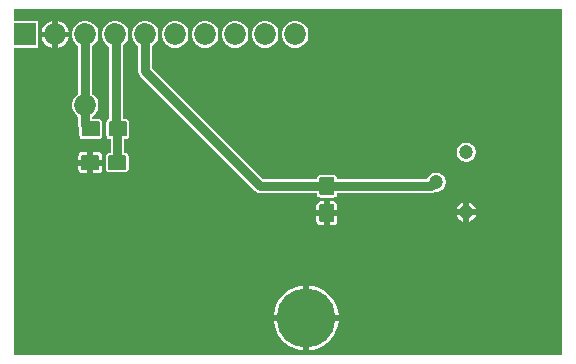
<source format=gbr>
%TF.GenerationSoftware,Altium Limited,Altium Designer,24.0.1 (36)*%
G04 Layer_Physical_Order=1*
G04 Layer_Color=255*
%FSLAX45Y45*%
%MOMM*%
%TF.SameCoordinates,8AA56912-9505-4270-891B-A046144FA8B4*%
%TF.FilePolarity,Positive*%
%TF.FileFunction,Copper,L1,Top,Signal*%
%TF.Part,Single*%
G01*
G75*
%TA.AperFunction,SMDPad,CuDef*%
G04:AMPARAMS|DCode=10|XSize=1.524mm|YSize=1.27mm|CornerRadius=0.09525mm|HoleSize=0mm|Usage=FLASHONLY|Rotation=180.000|XOffset=0mm|YOffset=0mm|HoleType=Round|Shape=RoundedRectangle|*
%AMROUNDEDRECTD10*
21,1,1.52400,1.07950,0,0,180.0*
21,1,1.33350,1.27000,0,0,180.0*
1,1,0.19050,-0.66675,0.53975*
1,1,0.19050,0.66675,0.53975*
1,1,0.19050,0.66675,-0.53975*
1,1,0.19050,-0.66675,-0.53975*
%
%ADD10ROUNDEDRECTD10*%
G04:AMPARAMS|DCode=11|XSize=1.524mm|YSize=1.27mm|CornerRadius=0.09525mm|HoleSize=0mm|Usage=FLASHONLY|Rotation=90.000|XOffset=0mm|YOffset=0mm|HoleType=Round|Shape=RoundedRectangle|*
%AMROUNDEDRECTD11*
21,1,1.52400,1.07950,0,0,90.0*
21,1,1.33350,1.27000,0,0,90.0*
1,1,0.19050,0.53975,0.66675*
1,1,0.19050,0.53975,-0.66675*
1,1,0.19050,-0.53975,-0.66675*
1,1,0.19050,-0.53975,0.66675*
%
%ADD11ROUNDEDRECTD11*%
%TA.AperFunction,Conductor*%
%ADD12C,0.75000*%
%TA.AperFunction,ComponentPad*%
%ADD13C,5.00000*%
%ADD14C,1.85000*%
%ADD15R,1.85000X1.85000*%
%ADD16C,1.20000*%
%TA.AperFunction,ViaPad*%
%ADD17C,1.85000*%
G36*
X12566659Y6033340D02*
X7923341D01*
Y8637500D01*
X8132500D01*
Y8862500D01*
X7923341D01*
Y8966659D01*
X12566659D01*
Y6033340D01*
D02*
G37*
%LPC*%
G36*
X8299000Y8864946D02*
Y8775000D01*
X8388946D01*
X8383493Y8795353D01*
X8368023Y8822147D01*
X8346147Y8844023D01*
X8319353Y8859493D01*
X8299000Y8864946D01*
D02*
G37*
G36*
X8249000D02*
X8228647Y8859493D01*
X8201853Y8844023D01*
X8179977Y8822147D01*
X8164507Y8795353D01*
X8159054Y8775000D01*
X8249000D01*
Y8864946D01*
D02*
G37*
G36*
X10320811Y8862500D02*
X10291189D01*
X10262577Y8854833D01*
X10236923Y8840022D01*
X10215978Y8819077D01*
X10201167Y8793423D01*
X10193500Y8764811D01*
Y8735189D01*
X10201167Y8706577D01*
X10215978Y8680923D01*
X10236923Y8659978D01*
X10262577Y8645167D01*
X10291189Y8637500D01*
X10320811D01*
X10349423Y8645167D01*
X10375077Y8659978D01*
X10396022Y8680923D01*
X10410833Y8706577D01*
X10418500Y8735189D01*
Y8764811D01*
X10410833Y8793423D01*
X10396022Y8819077D01*
X10375077Y8840022D01*
X10349423Y8854833D01*
X10320811Y8862500D01*
D02*
G37*
G36*
X10066811D02*
X10037189D01*
X10008577Y8854833D01*
X9982923Y8840022D01*
X9961978Y8819077D01*
X9947167Y8793423D01*
X9939500Y8764811D01*
Y8735189D01*
X9947167Y8706577D01*
X9961978Y8680923D01*
X9982923Y8659978D01*
X10008577Y8645167D01*
X10037189Y8637500D01*
X10066811D01*
X10095423Y8645167D01*
X10121077Y8659978D01*
X10142022Y8680923D01*
X10156833Y8706577D01*
X10164500Y8735189D01*
Y8764811D01*
X10156833Y8793423D01*
X10142022Y8819077D01*
X10121077Y8840022D01*
X10095423Y8854833D01*
X10066811Y8862500D01*
D02*
G37*
G36*
X9812811D02*
X9783189D01*
X9754577Y8854833D01*
X9728923Y8840022D01*
X9707978Y8819077D01*
X9693167Y8793423D01*
X9685500Y8764811D01*
Y8735189D01*
X9693167Y8706577D01*
X9707978Y8680923D01*
X9728923Y8659978D01*
X9754577Y8645167D01*
X9783189Y8637500D01*
X9812811D01*
X9841423Y8645167D01*
X9867077Y8659978D01*
X9888022Y8680923D01*
X9902833Y8706577D01*
X9910500Y8735189D01*
Y8764811D01*
X9902833Y8793423D01*
X9888022Y8819077D01*
X9867077Y8840022D01*
X9841423Y8854833D01*
X9812811Y8862500D01*
D02*
G37*
G36*
X9558811D02*
X9529189D01*
X9500577Y8854833D01*
X9474923Y8840022D01*
X9453978Y8819077D01*
X9439167Y8793423D01*
X9431500Y8764811D01*
Y8735189D01*
X9439167Y8706577D01*
X9453978Y8680923D01*
X9474923Y8659978D01*
X9500577Y8645167D01*
X9529189Y8637500D01*
X9558811D01*
X9587423Y8645167D01*
X9613077Y8659978D01*
X9634022Y8680923D01*
X9648833Y8706577D01*
X9656500Y8735189D01*
Y8764811D01*
X9648833Y8793423D01*
X9634022Y8819077D01*
X9613077Y8840022D01*
X9587423Y8854833D01*
X9558811Y8862500D01*
D02*
G37*
G36*
X9304811D02*
X9275189D01*
X9246577Y8854833D01*
X9220923Y8840022D01*
X9199978Y8819077D01*
X9185167Y8793423D01*
X9177500Y8764811D01*
Y8735189D01*
X9185167Y8706577D01*
X9199978Y8680923D01*
X9220923Y8659978D01*
X9246577Y8645167D01*
X9275189Y8637500D01*
X9304811D01*
X9333423Y8645167D01*
X9359077Y8659978D01*
X9380022Y8680923D01*
X9394833Y8706577D01*
X9402500Y8735189D01*
Y8764811D01*
X9394833Y8793423D01*
X9380022Y8819077D01*
X9359077Y8840022D01*
X9333423Y8854833D01*
X9304811Y8862500D01*
D02*
G37*
G36*
X8388946Y8725000D02*
X8299000D01*
Y8635054D01*
X8319353Y8640507D01*
X8346147Y8655977D01*
X8368023Y8677853D01*
X8383493Y8704647D01*
X8388946Y8725000D01*
D02*
G37*
G36*
X8249000D02*
X8159054D01*
X8164507Y8704647D01*
X8179977Y8677853D01*
X8201853Y8655977D01*
X8228647Y8640507D01*
X8249000Y8635054D01*
Y8725000D01*
D02*
G37*
G36*
X8542811Y8862500D02*
X8513189D01*
X8484577Y8854833D01*
X8458923Y8840022D01*
X8437978Y8819077D01*
X8423167Y8793423D01*
X8415500Y8764811D01*
Y8735189D01*
X8423167Y8706577D01*
X8437978Y8680923D01*
X8458923Y8659978D01*
X8469374Y8653944D01*
Y8246056D01*
X8458924Y8240022D01*
X8437978Y8219077D01*
X8423167Y8193423D01*
X8415500Y8164811D01*
Y8135189D01*
X8423167Y8106577D01*
X8437978Y8080923D01*
X8458924Y8059978D01*
X8469374Y8053944D01*
Y7984300D01*
X8473836Y7961865D01*
X8478222Y7955302D01*
Y7896025D01*
X8480513Y7884505D01*
X8487039Y7874739D01*
X8496805Y7868213D01*
X8508325Y7865922D01*
X8641675D01*
X8653195Y7868213D01*
X8662961Y7874739D01*
X8669487Y7884505D01*
X8671778Y7896025D01*
Y8003975D01*
X8669487Y8015495D01*
X8662961Y8025261D01*
X8653195Y8031787D01*
X8641675Y8034078D01*
X8586627D01*
Y8053944D01*
X8597077Y8059978D01*
X8618023Y8080923D01*
X8632833Y8106577D01*
X8640500Y8135189D01*
Y8164811D01*
X8632833Y8193423D01*
X8618023Y8219077D01*
X8597077Y8240022D01*
X8586627Y8246056D01*
Y8653944D01*
X8597077Y8659978D01*
X8618022Y8680923D01*
X8632833Y8706577D01*
X8640500Y8735189D01*
Y8764811D01*
X8632833Y8793423D01*
X8618022Y8819077D01*
X8597077Y8840022D01*
X8571423Y8854833D01*
X8542811Y8862500D01*
D02*
G37*
G36*
X8638075Y7754671D02*
X8596400D01*
Y7690495D01*
X8673276D01*
Y7719470D01*
X8670597Y7732941D01*
X8662966Y7744361D01*
X8651546Y7751992D01*
X8638075Y7754671D01*
D02*
G37*
G36*
X8546400D02*
X8504725D01*
X8491254Y7751992D01*
X8479834Y7744361D01*
X8472203Y7732941D01*
X8469524Y7719470D01*
Y7690495D01*
X8546400D01*
Y7754671D01*
D02*
G37*
G36*
X11764532Y7834000D02*
X11743468D01*
X11723121Y7828548D01*
X11704879Y7818016D01*
X11689984Y7803121D01*
X11679452Y7784879D01*
X11674000Y7764532D01*
Y7743468D01*
X11679452Y7723121D01*
X11689984Y7704879D01*
X11704879Y7689984D01*
X11723121Y7679452D01*
X11743468Y7674000D01*
X11764532D01*
X11784879Y7679452D01*
X11803121Y7689984D01*
X11818016Y7704879D01*
X11828548Y7723121D01*
X11834000Y7743468D01*
Y7764532D01*
X11828548Y7784879D01*
X11818016Y7803121D01*
X11803121Y7818016D01*
X11784879Y7828548D01*
X11764532Y7834000D01*
D02*
G37*
G36*
X8796811Y8862500D02*
X8767189D01*
X8738577Y8854833D01*
X8712923Y8840022D01*
X8691978Y8819077D01*
X8677167Y8793423D01*
X8669500Y8764811D01*
Y8735189D01*
X8677167Y8706577D01*
X8691978Y8680923D01*
X8712923Y8659978D01*
X8734174Y8647709D01*
Y8033531D01*
X8725405Y8031787D01*
X8715639Y8025261D01*
X8709113Y8015495D01*
X8706822Y8003975D01*
Y7896025D01*
X8709113Y7884505D01*
X8715639Y7874739D01*
X8725405Y7868213D01*
X8736925Y7865922D01*
X8743174D01*
Y7749573D01*
X8733325D01*
X8721805Y7747281D01*
X8712039Y7740756D01*
X8705513Y7730990D01*
X8703222Y7719470D01*
Y7611520D01*
X8705513Y7600000D01*
X8712039Y7590233D01*
X8721805Y7583708D01*
X8733325Y7581416D01*
X8866675D01*
X8878195Y7583708D01*
X8887961Y7590233D01*
X8894487Y7600000D01*
X8896778Y7611520D01*
Y7719470D01*
X8894487Y7730990D01*
X8887961Y7740756D01*
X8878195Y7747281D01*
X8866675Y7749573D01*
X8860427D01*
Y7865922D01*
X8870275D01*
X8881795Y7868213D01*
X8891561Y7874739D01*
X8898087Y7884505D01*
X8900378Y7896025D01*
Y8003975D01*
X8898087Y8015495D01*
X8891561Y8025261D01*
X8881795Y8031787D01*
X8870275Y8034078D01*
X8851427D01*
Y8660328D01*
X8872022Y8680923D01*
X8886833Y8706577D01*
X8894500Y8735189D01*
Y8764811D01*
X8886833Y8793423D01*
X8872022Y8819077D01*
X8851077Y8840022D01*
X8825423Y8854833D01*
X8796811Y8862500D01*
D02*
G37*
G36*
X8673276Y7640495D02*
X8596400D01*
Y7576318D01*
X8638075D01*
X8651546Y7578998D01*
X8662966Y7586628D01*
X8670597Y7598049D01*
X8673276Y7611520D01*
Y7640495D01*
D02*
G37*
G36*
X8546400D02*
X8469524D01*
Y7611520D01*
X8472203Y7598049D01*
X8479834Y7586628D01*
X8491254Y7578998D01*
X8504725Y7576318D01*
X8546400D01*
Y7640495D01*
D02*
G37*
G36*
X9050811Y8862500D02*
X9021189D01*
X8992577Y8854833D01*
X8966923Y8840022D01*
X8945978Y8819077D01*
X8931167Y8793423D01*
X8923500Y8764811D01*
Y8735189D01*
X8931167Y8706577D01*
X8945978Y8680923D01*
X8966923Y8659978D01*
X8977374Y8653944D01*
Y8439000D01*
X8981836Y8416565D01*
X8994545Y8397545D01*
X9969245Y7422845D01*
X9988265Y7410136D01*
X10010700Y7405674D01*
X10490922D01*
Y7397625D01*
X10493213Y7386105D01*
X10499739Y7376339D01*
X10509505Y7369813D01*
X10521025Y7367522D01*
X10628975D01*
X10640495Y7369813D01*
X10650261Y7376339D01*
X10656787Y7386105D01*
X10659078Y7397625D01*
Y7405674D01*
X11452123D01*
X11474558Y7410136D01*
X11489363Y7420028D01*
X11489468Y7420000D01*
X11510532D01*
X11530879Y7425452D01*
X11549121Y7435984D01*
X11564016Y7450879D01*
X11574548Y7469121D01*
X11580000Y7489468D01*
Y7510532D01*
X11574548Y7530879D01*
X11564016Y7549121D01*
X11549121Y7564016D01*
X11530879Y7574548D01*
X11510532Y7580000D01*
X11489468D01*
X11469121Y7574548D01*
X11450879Y7564016D01*
X11435984Y7549121D01*
X11425452Y7530879D01*
X11423321Y7522927D01*
X10659078D01*
Y7530975D01*
X10656787Y7542495D01*
X10650261Y7552261D01*
X10640495Y7558787D01*
X10628975Y7561078D01*
X10521025D01*
X10509505Y7558787D01*
X10499739Y7552261D01*
X10493213Y7542495D01*
X10490922Y7530975D01*
Y7522927D01*
X10034984D01*
X9094627Y8463284D01*
Y8653944D01*
X9105077Y8659978D01*
X9126022Y8680923D01*
X9140833Y8706577D01*
X9148500Y8735189D01*
Y8764811D01*
X9140833Y8793423D01*
X9126022Y8819077D01*
X9105077Y8840022D01*
X9079423Y8854833D01*
X9050811Y8862500D01*
D02*
G37*
G36*
X11779001Y7327300D02*
Y7271000D01*
X11835300D01*
X11833207Y7278809D01*
X11822017Y7298191D01*
X11806191Y7314017D01*
X11786809Y7325207D01*
X11779001Y7327300D01*
D02*
G37*
G36*
X11729001Y7327300D02*
X11721191Y7325207D01*
X11701809Y7314017D01*
X11685983Y7298191D01*
X11674793Y7278809D01*
X11672701Y7271000D01*
X11729001D01*
Y7327300D01*
D02*
G37*
G36*
X10628975Y7337576D02*
X10599999D01*
Y7260700D01*
X10664176D01*
Y7302375D01*
X10661497Y7315846D01*
X10653866Y7327266D01*
X10642446Y7334897D01*
X10628975Y7337576D01*
D02*
G37*
G36*
X10549999D02*
X10521025D01*
X10507554Y7334897D01*
X10496134Y7327266D01*
X10488503Y7315846D01*
X10485824Y7302375D01*
Y7260700D01*
X10549999D01*
Y7337576D01*
D02*
G37*
G36*
X11835300Y7221000D02*
X11779001D01*
Y7164700D01*
X11786809Y7166793D01*
X11806191Y7177983D01*
X11822017Y7193809D01*
X11833207Y7213191D01*
X11835300Y7221000D01*
D02*
G37*
G36*
X11729001D02*
X11672701D01*
X11674793Y7213191D01*
X11685983Y7193809D01*
X11701809Y7177983D01*
X11721191Y7166793D01*
X11729001Y7164700D01*
Y7221000D01*
D02*
G37*
G36*
X10664176Y7210701D02*
X10599999D01*
Y7133824D01*
X10628975D01*
X10642446Y7136503D01*
X10653866Y7144134D01*
X10661497Y7155554D01*
X10664176Y7169025D01*
Y7210701D01*
D02*
G37*
G36*
X10549999D02*
X10485824D01*
Y7169025D01*
X10488503Y7155554D01*
X10496134Y7144134D01*
X10507554Y7136503D01*
X10521025Y7133824D01*
X10549999D01*
Y7210701D01*
D02*
G37*
G36*
X10425000Y6624468D02*
Y6375000D01*
X10674468D01*
X10668229Y6414396D01*
X10654852Y6455563D01*
X10635201Y6494132D01*
X10609758Y6529151D01*
X10579151Y6559758D01*
X10544132Y6585201D01*
X10505563Y6604852D01*
X10464396Y6618229D01*
X10425000Y6624468D01*
D02*
G37*
G36*
X10375000D02*
X10335604Y6618229D01*
X10294437Y6604852D01*
X10255868Y6585201D01*
X10220850Y6559758D01*
X10190242Y6529151D01*
X10164799Y6494132D01*
X10145148Y6455563D01*
X10131771Y6414396D01*
X10125532Y6375000D01*
X10375000D01*
Y6624468D01*
D02*
G37*
G36*
X10674468Y6325000D02*
X10425000D01*
Y6075532D01*
X10464396Y6081771D01*
X10505563Y6095148D01*
X10544132Y6114799D01*
X10579151Y6140242D01*
X10609758Y6170849D01*
X10635201Y6205868D01*
X10654852Y6244437D01*
X10668229Y6285604D01*
X10674468Y6325000D01*
D02*
G37*
G36*
X10375000D02*
X10125532D01*
X10131771Y6285604D01*
X10145148Y6244437D01*
X10164799Y6205868D01*
X10190242Y6170849D01*
X10220850Y6140242D01*
X10255868Y6114799D01*
X10294437Y6095148D01*
X10335604Y6081771D01*
X10375000Y6075532D01*
Y6325000D01*
D02*
G37*
%LPD*%
D10*
X8803600Y7950000D02*
D03*
X8800000Y7665495D02*
D03*
X8571400D02*
D03*
X8575000Y7950000D02*
D03*
D11*
X10575000Y7464300D02*
D03*
Y7235700D02*
D03*
D12*
X8792800Y7960800D02*
Y8739200D01*
X8801800Y7667295D02*
Y7951800D01*
X11452123Y7464300D02*
X11487823Y7500000D01*
X10575000Y7464300D02*
X11452123D01*
X11487823Y7500000D02*
X11500000D01*
X8528000Y8150000D02*
Y8750000D01*
Y7984300D02*
Y8150000D01*
X9036000Y8439000D02*
Y8750000D01*
X10010700Y7464300D02*
X10575000D01*
X9036000Y8439000D02*
X10010700Y7464300D01*
X8792800Y7960800D02*
X8801800Y7951800D01*
X8800000Y7665495D02*
X8801800Y7667295D01*
X8782000Y8750000D02*
X8792800Y8739200D01*
X8528000Y7984300D02*
X8562300Y7950000D01*
X8575000D01*
D13*
X10400000Y6350000D02*
D03*
D14*
X10306000Y8750000D02*
D03*
X10052000D02*
D03*
X8782000D02*
D03*
X8528000D02*
D03*
X8274000D02*
D03*
X9036000D02*
D03*
X9290000D02*
D03*
X9544000D02*
D03*
X9798000D02*
D03*
D15*
X8020000D02*
D03*
D16*
X11500000Y7500000D02*
D03*
X11754000Y7246000D02*
D03*
Y7754000D02*
D03*
D17*
X8528000Y8150000D02*
D03*
%TF.MD5,7051e4b513284f60af79d52436a97e30*%
M02*

</source>
